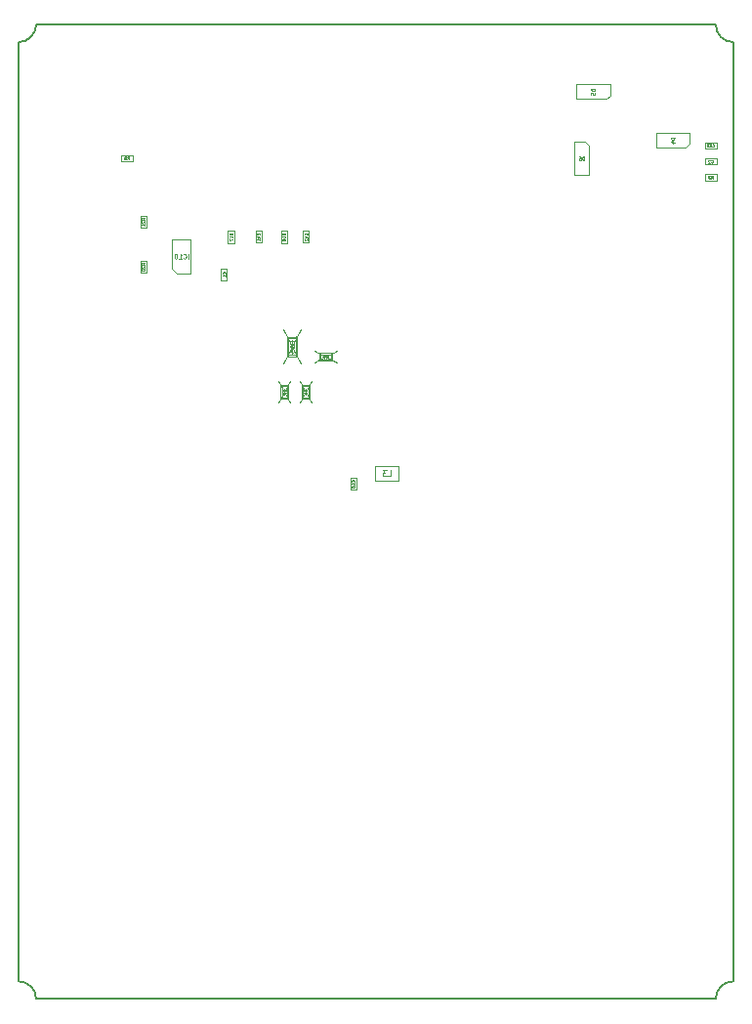
<source format=gbr>
%TF.GenerationSoftware,KiCad,Pcbnew,9.0.2*%
%TF.CreationDate,2025-07-10T16:00:19+01:00*%
%TF.ProjectId,FastStepper,46617374-5374-4657-9070-65722e6b6963,rev?*%
%TF.SameCoordinates,PX71f712cPY8e18f40*%
%TF.FileFunction,AssemblyDrawing,Bot*%
%FSLAX46Y46*%
G04 Gerber Fmt 4.6, Leading zero omitted, Abs format (unit mm)*
G04 Created by KiCad (PCBNEW 9.0.2) date 2025-07-10 16:00:19*
%MOMM*%
%LPD*%
G01*
G04 APERTURE LIST*
%ADD10C,0.060000*%
%ADD11C,0.050000*%
%ADD12C,0.040000*%
%ADD13C,0.080000*%
%ADD14C,0.100000*%
%TA.AperFunction,Profile*%
%ADD15C,0.152400*%
%TD*%
%TA.AperFunction,Profile*%
%ADD16C,0.150000*%
%TD*%
G04 APERTURE END LIST*
D10*
X14680951Y64137473D02*
X14680951Y64537473D01*
X14261904Y64175568D02*
X14280952Y64156520D01*
X14280952Y64156520D02*
X14338094Y64137473D01*
X14338094Y64137473D02*
X14376190Y64137473D01*
X14376190Y64137473D02*
X14433333Y64156520D01*
X14433333Y64156520D02*
X14471428Y64194616D01*
X14471428Y64194616D02*
X14490475Y64232711D01*
X14490475Y64232711D02*
X14509523Y64308901D01*
X14509523Y64308901D02*
X14509523Y64366044D01*
X14509523Y64366044D02*
X14490475Y64442235D01*
X14490475Y64442235D02*
X14471428Y64480330D01*
X14471428Y64480330D02*
X14433333Y64518425D01*
X14433333Y64518425D02*
X14376190Y64537473D01*
X14376190Y64537473D02*
X14338094Y64537473D01*
X14338094Y64537473D02*
X14280952Y64518425D01*
X14280952Y64518425D02*
X14261904Y64499378D01*
X13880952Y64137473D02*
X14109523Y64137473D01*
X13995237Y64137473D02*
X13995237Y64537473D01*
X13995237Y64537473D02*
X14033333Y64480330D01*
X14033333Y64480330D02*
X14071428Y64442235D01*
X14071428Y64442235D02*
X14109523Y64423187D01*
X13633333Y64537473D02*
X13595238Y64537473D01*
X13595238Y64537473D02*
X13557142Y64518425D01*
X13557142Y64518425D02*
X13538095Y64499378D01*
X13538095Y64499378D02*
X13519047Y64461282D01*
X13519047Y64461282D02*
X13500000Y64385092D01*
X13500000Y64385092D02*
X13500000Y64289854D01*
X13500000Y64289854D02*
X13519047Y64213663D01*
X13519047Y64213663D02*
X13538095Y64175568D01*
X13538095Y64175568D02*
X13557142Y64156520D01*
X13557142Y64156520D02*
X13595238Y64137473D01*
X13595238Y64137473D02*
X13633333Y64137473D01*
X13633333Y64137473D02*
X13671428Y64156520D01*
X13671428Y64156520D02*
X13690476Y64175568D01*
X13690476Y64175568D02*
X13709523Y64213663D01*
X13709523Y64213663D02*
X13728571Y64289854D01*
X13728571Y64289854D02*
X13728571Y64385092D01*
X13728571Y64385092D02*
X13709523Y64461282D01*
X13709523Y64461282D02*
X13690476Y64499378D01*
X13690476Y64499378D02*
X13671428Y64518425D01*
X13671428Y64518425D02*
X13633333Y64537473D01*
D11*
X49035090Y72654562D02*
X49035090Y72974562D01*
X49035090Y72974562D02*
X48958900Y72974562D01*
X48958900Y72974562D02*
X48913185Y72959324D01*
X48913185Y72959324D02*
X48882709Y72928848D01*
X48882709Y72928848D02*
X48867471Y72898372D01*
X48867471Y72898372D02*
X48852233Y72837420D01*
X48852233Y72837420D02*
X48852233Y72791705D01*
X48852233Y72791705D02*
X48867471Y72730753D01*
X48867471Y72730753D02*
X48882709Y72700277D01*
X48882709Y72700277D02*
X48913185Y72669800D01*
X48913185Y72669800D02*
X48958900Y72654562D01*
X48958900Y72654562D02*
X49035090Y72654562D01*
X48577947Y72974562D02*
X48638900Y72974562D01*
X48638900Y72974562D02*
X48669376Y72959324D01*
X48669376Y72959324D02*
X48684614Y72944086D01*
X48684614Y72944086D02*
X48715090Y72898372D01*
X48715090Y72898372D02*
X48730328Y72837420D01*
X48730328Y72837420D02*
X48730328Y72715515D01*
X48730328Y72715515D02*
X48715090Y72685039D01*
X48715090Y72685039D02*
X48699852Y72669800D01*
X48699852Y72669800D02*
X48669376Y72654562D01*
X48669376Y72654562D02*
X48608423Y72654562D01*
X48608423Y72654562D02*
X48577947Y72669800D01*
X48577947Y72669800D02*
X48562709Y72685039D01*
X48562709Y72685039D02*
X48547471Y72715515D01*
X48547471Y72715515D02*
X48547471Y72791705D01*
X48547471Y72791705D02*
X48562709Y72822181D01*
X48562709Y72822181D02*
X48577947Y72837420D01*
X48577947Y72837420D02*
X48608423Y72852658D01*
X48608423Y72852658D02*
X48669376Y72852658D01*
X48669376Y72852658D02*
X48699852Y72837420D01*
X48699852Y72837420D02*
X48715090Y72822181D01*
X48715090Y72822181D02*
X48730328Y72791705D01*
X49944338Y78836191D02*
X49624338Y78836191D01*
X49624338Y78836191D02*
X49624338Y78760001D01*
X49624338Y78760001D02*
X49639576Y78714286D01*
X49639576Y78714286D02*
X49670052Y78683810D01*
X49670052Y78683810D02*
X49700528Y78668572D01*
X49700528Y78668572D02*
X49761480Y78653334D01*
X49761480Y78653334D02*
X49807195Y78653334D01*
X49807195Y78653334D02*
X49868147Y78668572D01*
X49868147Y78668572D02*
X49898623Y78683810D01*
X49898623Y78683810D02*
X49929100Y78714286D01*
X49929100Y78714286D02*
X49944338Y78760001D01*
X49944338Y78760001D02*
X49944338Y78836191D01*
X49624338Y78363810D02*
X49624338Y78516191D01*
X49624338Y78516191D02*
X49776719Y78531429D01*
X49776719Y78531429D02*
X49761480Y78516191D01*
X49761480Y78516191D02*
X49746242Y78485715D01*
X49746242Y78485715D02*
X49746242Y78409524D01*
X49746242Y78409524D02*
X49761480Y78379048D01*
X49761480Y78379048D02*
X49776719Y78363810D01*
X49776719Y78363810D02*
X49807195Y78348572D01*
X49807195Y78348572D02*
X49883385Y78348572D01*
X49883385Y78348572D02*
X49913861Y78363810D01*
X49913861Y78363810D02*
X49929100Y78379048D01*
X49929100Y78379048D02*
X49944338Y78409524D01*
X49944338Y78409524D02*
X49944338Y78485715D01*
X49944338Y78485715D02*
X49929100Y78516191D01*
X49929100Y78516191D02*
X49913861Y78531429D01*
X56844338Y74636191D02*
X56524338Y74636191D01*
X56524338Y74636191D02*
X56524338Y74560001D01*
X56524338Y74560001D02*
X56539576Y74514286D01*
X56539576Y74514286D02*
X56570052Y74483810D01*
X56570052Y74483810D02*
X56600528Y74468572D01*
X56600528Y74468572D02*
X56661480Y74453334D01*
X56661480Y74453334D02*
X56707195Y74453334D01*
X56707195Y74453334D02*
X56768147Y74468572D01*
X56768147Y74468572D02*
X56798623Y74483810D01*
X56798623Y74483810D02*
X56829100Y74514286D01*
X56829100Y74514286D02*
X56844338Y74560001D01*
X56844338Y74560001D02*
X56844338Y74636191D01*
X56631004Y74179048D02*
X56844338Y74179048D01*
X56509100Y74255239D02*
X56737671Y74331429D01*
X56737671Y74331429D02*
X56737671Y74133334D01*
D12*
X10918200Y63586543D02*
X10794391Y63673210D01*
X10918200Y63735115D02*
X10658200Y63735115D01*
X10658200Y63735115D02*
X10658200Y63636067D01*
X10658200Y63636067D02*
X10670581Y63611305D01*
X10670581Y63611305D02*
X10682962Y63598924D01*
X10682962Y63598924D02*
X10707724Y63586543D01*
X10707724Y63586543D02*
X10744867Y63586543D01*
X10744867Y63586543D02*
X10769629Y63598924D01*
X10769629Y63598924D02*
X10782010Y63611305D01*
X10782010Y63611305D02*
X10794391Y63636067D01*
X10794391Y63636067D02*
X10794391Y63735115D01*
X10682962Y63487496D02*
X10670581Y63475115D01*
X10670581Y63475115D02*
X10658200Y63450353D01*
X10658200Y63450353D02*
X10658200Y63388448D01*
X10658200Y63388448D02*
X10670581Y63363686D01*
X10670581Y63363686D02*
X10682962Y63351305D01*
X10682962Y63351305D02*
X10707724Y63338924D01*
X10707724Y63338924D02*
X10732486Y63338924D01*
X10732486Y63338924D02*
X10769629Y63351305D01*
X10769629Y63351305D02*
X10918200Y63499877D01*
X10918200Y63499877D02*
X10918200Y63338924D01*
X10658200Y63177972D02*
X10658200Y63153210D01*
X10658200Y63153210D02*
X10670581Y63128448D01*
X10670581Y63128448D02*
X10682962Y63116067D01*
X10682962Y63116067D02*
X10707724Y63103686D01*
X10707724Y63103686D02*
X10757248Y63091305D01*
X10757248Y63091305D02*
X10819153Y63091305D01*
X10819153Y63091305D02*
X10868677Y63103686D01*
X10868677Y63103686D02*
X10893439Y63116067D01*
X10893439Y63116067D02*
X10905820Y63128448D01*
X10905820Y63128448D02*
X10918200Y63153210D01*
X10918200Y63153210D02*
X10918200Y63177972D01*
X10918200Y63177972D02*
X10905820Y63202734D01*
X10905820Y63202734D02*
X10893439Y63215115D01*
X10893439Y63215115D02*
X10868677Y63227496D01*
X10868677Y63227496D02*
X10819153Y63239877D01*
X10819153Y63239877D02*
X10757248Y63239877D01*
X10757248Y63239877D02*
X10707724Y63227496D01*
X10707724Y63227496D02*
X10682962Y63215115D01*
X10682962Y63215115D02*
X10670581Y63202734D01*
X10670581Y63202734D02*
X10658200Y63177972D01*
X60139614Y73835235D02*
X60151518Y73823330D01*
X60151518Y73823330D02*
X60187233Y73811426D01*
X60187233Y73811426D02*
X60211042Y73811426D01*
X60211042Y73811426D02*
X60246756Y73823330D01*
X60246756Y73823330D02*
X60270566Y73847140D01*
X60270566Y73847140D02*
X60282471Y73870950D01*
X60282471Y73870950D02*
X60294375Y73918569D01*
X60294375Y73918569D02*
X60294375Y73954283D01*
X60294375Y73954283D02*
X60282471Y74001902D01*
X60282471Y74001902D02*
X60270566Y74025711D01*
X60270566Y74025711D02*
X60246756Y74049521D01*
X60246756Y74049521D02*
X60211042Y74061426D01*
X60211042Y74061426D02*
X60187233Y74061426D01*
X60187233Y74061426D02*
X60151518Y74049521D01*
X60151518Y74049521D02*
X60139614Y74037616D01*
X60044375Y74037616D02*
X60032471Y74049521D01*
X60032471Y74049521D02*
X60008661Y74061426D01*
X60008661Y74061426D02*
X59949137Y74061426D01*
X59949137Y74061426D02*
X59925328Y74049521D01*
X59925328Y74049521D02*
X59913423Y74037616D01*
X59913423Y74037616D02*
X59901518Y74013807D01*
X59901518Y74013807D02*
X59901518Y73989997D01*
X59901518Y73989997D02*
X59913423Y73954283D01*
X59913423Y73954283D02*
X60056280Y73811426D01*
X60056280Y73811426D02*
X59901518Y73811426D01*
X59818185Y74061426D02*
X59663423Y74061426D01*
X59663423Y74061426D02*
X59746757Y73966188D01*
X59746757Y73966188D02*
X59711042Y73966188D01*
X59711042Y73966188D02*
X59687233Y73954283D01*
X59687233Y73954283D02*
X59675328Y73942378D01*
X59675328Y73942378D02*
X59663423Y73918569D01*
X59663423Y73918569D02*
X59663423Y73859045D01*
X59663423Y73859045D02*
X59675328Y73835235D01*
X59675328Y73835235D02*
X59687233Y73823330D01*
X59687233Y73823330D02*
X59711042Y73811426D01*
X59711042Y73811426D02*
X59782471Y73811426D01*
X59782471Y73811426D02*
X59806280Y73823330D01*
X59806280Y73823330D02*
X59818185Y73835235D01*
X60042232Y71069300D02*
X60128899Y71193109D01*
X60190804Y71069300D02*
X60190804Y71329300D01*
X60190804Y71329300D02*
X60091756Y71329300D01*
X60091756Y71329300D02*
X60066994Y71316919D01*
X60066994Y71316919D02*
X60054613Y71304538D01*
X60054613Y71304538D02*
X60042232Y71279776D01*
X60042232Y71279776D02*
X60042232Y71242633D01*
X60042232Y71242633D02*
X60054613Y71217871D01*
X60054613Y71217871D02*
X60066994Y71205490D01*
X60066994Y71205490D02*
X60091756Y71193109D01*
X60091756Y71193109D02*
X60190804Y71193109D01*
X59955566Y71329300D02*
X59794613Y71329300D01*
X59794613Y71329300D02*
X59881280Y71230252D01*
X59881280Y71230252D02*
X59844137Y71230252D01*
X59844137Y71230252D02*
X59819375Y71217871D01*
X59819375Y71217871D02*
X59806994Y71205490D01*
X59806994Y71205490D02*
X59794613Y71180728D01*
X59794613Y71180728D02*
X59794613Y71118823D01*
X59794613Y71118823D02*
X59806994Y71094061D01*
X59806994Y71094061D02*
X59819375Y71081680D01*
X59819375Y71081680D02*
X59844137Y71069300D01*
X59844137Y71069300D02*
X59918423Y71069300D01*
X59918423Y71069300D02*
X59943185Y71081680D01*
X59943185Y71081680D02*
X59955566Y71094061D01*
X23118200Y66186543D02*
X22994391Y66273210D01*
X23118200Y66335115D02*
X22858200Y66335115D01*
X22858200Y66335115D02*
X22858200Y66236067D01*
X22858200Y66236067D02*
X22870581Y66211305D01*
X22870581Y66211305D02*
X22882962Y66198924D01*
X22882962Y66198924D02*
X22907724Y66186543D01*
X22907724Y66186543D02*
X22944867Y66186543D01*
X22944867Y66186543D02*
X22969629Y66198924D01*
X22969629Y66198924D02*
X22982010Y66211305D01*
X22982010Y66211305D02*
X22994391Y66236067D01*
X22994391Y66236067D02*
X22994391Y66335115D01*
X23118200Y65938924D02*
X23118200Y66087496D01*
X23118200Y66013210D02*
X22858200Y66013210D01*
X22858200Y66013210D02*
X22895343Y66037972D01*
X22895343Y66037972D02*
X22920105Y66062734D01*
X22920105Y66062734D02*
X22932486Y66087496D01*
X23118200Y65815115D02*
X23118200Y65765591D01*
X23118200Y65765591D02*
X23105820Y65740829D01*
X23105820Y65740829D02*
X23093439Y65728448D01*
X23093439Y65728448D02*
X23056296Y65703686D01*
X23056296Y65703686D02*
X23006772Y65691305D01*
X23006772Y65691305D02*
X22907724Y65691305D01*
X22907724Y65691305D02*
X22882962Y65703686D01*
X22882962Y65703686D02*
X22870581Y65716067D01*
X22870581Y65716067D02*
X22858200Y65740829D01*
X22858200Y65740829D02*
X22858200Y65790353D01*
X22858200Y65790353D02*
X22870581Y65815115D01*
X22870581Y65815115D02*
X22882962Y65827496D01*
X22882962Y65827496D02*
X22907724Y65839877D01*
X22907724Y65839877D02*
X22969629Y65839877D01*
X22969629Y65839877D02*
X22994391Y65827496D01*
X22994391Y65827496D02*
X23006772Y65815115D01*
X23006772Y65815115D02*
X23019153Y65790353D01*
X23019153Y65790353D02*
X23019153Y65740829D01*
X23019153Y65740829D02*
X23006772Y65716067D01*
X23006772Y65716067D02*
X22994391Y65703686D01*
X22994391Y65703686D02*
X22969629Y65691305D01*
D10*
X23843832Y56776543D02*
X23862880Y56795591D01*
X23862880Y56795591D02*
X23881927Y56852733D01*
X23881927Y56852733D02*
X23881927Y56890829D01*
X23881927Y56890829D02*
X23862880Y56947972D01*
X23862880Y56947972D02*
X23824784Y56986067D01*
X23824784Y56986067D02*
X23786689Y57005114D01*
X23786689Y57005114D02*
X23710499Y57024162D01*
X23710499Y57024162D02*
X23653356Y57024162D01*
X23653356Y57024162D02*
X23577165Y57005114D01*
X23577165Y57005114D02*
X23539070Y56986067D01*
X23539070Y56986067D02*
X23500975Y56947972D01*
X23500975Y56947972D02*
X23481927Y56890829D01*
X23481927Y56890829D02*
X23481927Y56852733D01*
X23481927Y56852733D02*
X23500975Y56795591D01*
X23500975Y56795591D02*
X23520022Y56776543D01*
X23881927Y56395591D02*
X23881927Y56624162D01*
X23881927Y56509876D02*
X23481927Y56509876D01*
X23481927Y56509876D02*
X23539070Y56547972D01*
X23539070Y56547972D02*
X23577165Y56586067D01*
X23577165Y56586067D02*
X23596213Y56624162D01*
X23481927Y56033686D02*
X23481927Y56224162D01*
X23481927Y56224162D02*
X23672403Y56243210D01*
X23672403Y56243210D02*
X23653356Y56224162D01*
X23653356Y56224162D02*
X23634308Y56186067D01*
X23634308Y56186067D02*
X23634308Y56090829D01*
X23634308Y56090829D02*
X23653356Y56052734D01*
X23653356Y56052734D02*
X23672403Y56033686D01*
X23672403Y56033686D02*
X23710499Y56014639D01*
X23710499Y56014639D02*
X23805737Y56014639D01*
X23805737Y56014639D02*
X23843832Y56033686D01*
X23843832Y56033686D02*
X23862880Y56052734D01*
X23862880Y56052734D02*
X23881927Y56090829D01*
X23881927Y56090829D02*
X23881927Y56186067D01*
X23881927Y56186067D02*
X23862880Y56224162D01*
X23862880Y56224162D02*
X23843832Y56243210D01*
X23681927Y55924639D02*
X23681927Y57114162D01*
D12*
X17887765Y62809067D02*
X17899670Y62820971D01*
X17899670Y62820971D02*
X17911574Y62856686D01*
X17911574Y62856686D02*
X17911574Y62880495D01*
X17911574Y62880495D02*
X17899670Y62916209D01*
X17899670Y62916209D02*
X17875860Y62940019D01*
X17875860Y62940019D02*
X17852050Y62951924D01*
X17852050Y62951924D02*
X17804431Y62963828D01*
X17804431Y62963828D02*
X17768717Y62963828D01*
X17768717Y62963828D02*
X17721098Y62951924D01*
X17721098Y62951924D02*
X17697289Y62940019D01*
X17697289Y62940019D02*
X17673479Y62916209D01*
X17673479Y62916209D02*
X17661574Y62880495D01*
X17661574Y62880495D02*
X17661574Y62856686D01*
X17661574Y62856686D02*
X17673479Y62820971D01*
X17673479Y62820971D02*
X17685384Y62809067D01*
X17911574Y62570971D02*
X17911574Y62713828D01*
X17911574Y62642400D02*
X17661574Y62642400D01*
X17661574Y62642400D02*
X17697289Y62666209D01*
X17697289Y62666209D02*
X17721098Y62690019D01*
X17721098Y62690019D02*
X17733003Y62713828D01*
X24989765Y66180115D02*
X25001670Y66192019D01*
X25001670Y66192019D02*
X25013574Y66227734D01*
X25013574Y66227734D02*
X25013574Y66251543D01*
X25013574Y66251543D02*
X25001670Y66287257D01*
X25001670Y66287257D02*
X24977860Y66311067D01*
X24977860Y66311067D02*
X24954050Y66322972D01*
X24954050Y66322972D02*
X24906431Y66334876D01*
X24906431Y66334876D02*
X24870717Y66334876D01*
X24870717Y66334876D02*
X24823098Y66322972D01*
X24823098Y66322972D02*
X24799289Y66311067D01*
X24799289Y66311067D02*
X24775479Y66287257D01*
X24775479Y66287257D02*
X24763574Y66251543D01*
X24763574Y66251543D02*
X24763574Y66227734D01*
X24763574Y66227734D02*
X24775479Y66192019D01*
X24775479Y66192019D02*
X24787384Y66180115D01*
X24846908Y65965829D02*
X25013574Y65965829D01*
X24751670Y66025353D02*
X24930241Y66084876D01*
X24930241Y66084876D02*
X24930241Y65930115D01*
X24787384Y65846781D02*
X24775479Y65834877D01*
X24775479Y65834877D02*
X24763574Y65811067D01*
X24763574Y65811067D02*
X24763574Y65751543D01*
X24763574Y65751543D02*
X24775479Y65727734D01*
X24775479Y65727734D02*
X24787384Y65715829D01*
X24787384Y65715829D02*
X24811193Y65703924D01*
X24811193Y65703924D02*
X24835003Y65703924D01*
X24835003Y65703924D02*
X24870717Y65715829D01*
X24870717Y65715829D02*
X25013574Y65858686D01*
X25013574Y65858686D02*
X25013574Y65703924D01*
X18518200Y66186543D02*
X18394391Y66273210D01*
X18518200Y66335115D02*
X18258200Y66335115D01*
X18258200Y66335115D02*
X18258200Y66236067D01*
X18258200Y66236067D02*
X18270581Y66211305D01*
X18270581Y66211305D02*
X18282962Y66198924D01*
X18282962Y66198924D02*
X18307724Y66186543D01*
X18307724Y66186543D02*
X18344867Y66186543D01*
X18344867Y66186543D02*
X18369629Y66198924D01*
X18369629Y66198924D02*
X18382010Y66211305D01*
X18382010Y66211305D02*
X18394391Y66236067D01*
X18394391Y66236067D02*
X18394391Y66335115D01*
X18518200Y65938924D02*
X18518200Y66087496D01*
X18518200Y66013210D02*
X18258200Y66013210D01*
X18258200Y66013210D02*
X18295343Y66037972D01*
X18295343Y66037972D02*
X18320105Y66062734D01*
X18320105Y66062734D02*
X18332486Y66087496D01*
X18258200Y65852258D02*
X18258200Y65678924D01*
X18258200Y65678924D02*
X18518200Y65790353D01*
X26643332Y55501200D02*
X26729999Y55625009D01*
X26791904Y55501200D02*
X26791904Y55761200D01*
X26791904Y55761200D02*
X26692856Y55761200D01*
X26692856Y55761200D02*
X26668094Y55748819D01*
X26668094Y55748819D02*
X26655713Y55736438D01*
X26655713Y55736438D02*
X26643332Y55711676D01*
X26643332Y55711676D02*
X26643332Y55674533D01*
X26643332Y55674533D02*
X26655713Y55649771D01*
X26655713Y55649771D02*
X26668094Y55637390D01*
X26668094Y55637390D02*
X26692856Y55625009D01*
X26692856Y55625009D02*
X26791904Y55625009D01*
X26519523Y55501200D02*
X26469999Y55501200D01*
X26469999Y55501200D02*
X26445237Y55513580D01*
X26445237Y55513580D02*
X26432856Y55525961D01*
X26432856Y55525961D02*
X26408094Y55563104D01*
X26408094Y55563104D02*
X26395713Y55612628D01*
X26395713Y55612628D02*
X26395713Y55711676D01*
X26395713Y55711676D02*
X26408094Y55736438D01*
X26408094Y55736438D02*
X26420475Y55748819D01*
X26420475Y55748819D02*
X26445237Y55761200D01*
X26445237Y55761200D02*
X26494761Y55761200D01*
X26494761Y55761200D02*
X26519523Y55748819D01*
X26519523Y55748819D02*
X26531904Y55736438D01*
X26531904Y55736438D02*
X26544285Y55711676D01*
X26544285Y55711676D02*
X26544285Y55649771D01*
X26544285Y55649771D02*
X26531904Y55625009D01*
X26531904Y55625009D02*
X26519523Y55612628D01*
X26519523Y55612628D02*
X26494761Y55600247D01*
X26494761Y55600247D02*
X26445237Y55600247D01*
X26445237Y55600247D02*
X26420475Y55612628D01*
X26420475Y55612628D02*
X26408094Y55625009D01*
X26408094Y55625009D02*
X26395713Y55649771D01*
X26335713Y55631200D02*
X26851904Y55631200D01*
X10918200Y67486543D02*
X10794391Y67573210D01*
X10918200Y67635115D02*
X10658200Y67635115D01*
X10658200Y67635115D02*
X10658200Y67536067D01*
X10658200Y67536067D02*
X10670581Y67511305D01*
X10670581Y67511305D02*
X10682962Y67498924D01*
X10682962Y67498924D02*
X10707724Y67486543D01*
X10707724Y67486543D02*
X10744867Y67486543D01*
X10744867Y67486543D02*
X10769629Y67498924D01*
X10769629Y67498924D02*
X10782010Y67511305D01*
X10782010Y67511305D02*
X10794391Y67536067D01*
X10794391Y67536067D02*
X10794391Y67635115D01*
X10682962Y67387496D02*
X10670581Y67375115D01*
X10670581Y67375115D02*
X10658200Y67350353D01*
X10658200Y67350353D02*
X10658200Y67288448D01*
X10658200Y67288448D02*
X10670581Y67263686D01*
X10670581Y67263686D02*
X10682962Y67251305D01*
X10682962Y67251305D02*
X10707724Y67238924D01*
X10707724Y67238924D02*
X10732486Y67238924D01*
X10732486Y67238924D02*
X10769629Y67251305D01*
X10769629Y67251305D02*
X10918200Y67399877D01*
X10918200Y67399877D02*
X10918200Y67238924D01*
X10918200Y66991305D02*
X10918200Y67139877D01*
X10918200Y67065591D02*
X10658200Y67065591D01*
X10658200Y67065591D02*
X10695343Y67090353D01*
X10695343Y67090353D02*
X10720105Y67115115D01*
X10720105Y67115115D02*
X10732486Y67139877D01*
X20889765Y66180115D02*
X20901670Y66192019D01*
X20901670Y66192019D02*
X20913574Y66227734D01*
X20913574Y66227734D02*
X20913574Y66251543D01*
X20913574Y66251543D02*
X20901670Y66287257D01*
X20901670Y66287257D02*
X20877860Y66311067D01*
X20877860Y66311067D02*
X20854050Y66322972D01*
X20854050Y66322972D02*
X20806431Y66334876D01*
X20806431Y66334876D02*
X20770717Y66334876D01*
X20770717Y66334876D02*
X20723098Y66322972D01*
X20723098Y66322972D02*
X20699289Y66311067D01*
X20699289Y66311067D02*
X20675479Y66287257D01*
X20675479Y66287257D02*
X20663574Y66251543D01*
X20663574Y66251543D02*
X20663574Y66227734D01*
X20663574Y66227734D02*
X20675479Y66192019D01*
X20675479Y66192019D02*
X20687384Y66180115D01*
X20746908Y65965829D02*
X20913574Y65965829D01*
X20651670Y66025353D02*
X20830241Y66084876D01*
X20830241Y66084876D02*
X20830241Y65930115D01*
X20913574Y65703924D02*
X20913574Y65846781D01*
X20913574Y65775353D02*
X20663574Y65775353D01*
X20663574Y65775353D02*
X20699289Y65799162D01*
X20699289Y65799162D02*
X20723098Y65822972D01*
X20723098Y65822972D02*
X20735003Y65846781D01*
X29089765Y44780115D02*
X29101670Y44792019D01*
X29101670Y44792019D02*
X29113574Y44827734D01*
X29113574Y44827734D02*
X29113574Y44851543D01*
X29113574Y44851543D02*
X29101670Y44887257D01*
X29101670Y44887257D02*
X29077860Y44911067D01*
X29077860Y44911067D02*
X29054050Y44922972D01*
X29054050Y44922972D02*
X29006431Y44934876D01*
X29006431Y44934876D02*
X28970717Y44934876D01*
X28970717Y44934876D02*
X28923098Y44922972D01*
X28923098Y44922972D02*
X28899289Y44911067D01*
X28899289Y44911067D02*
X28875479Y44887257D01*
X28875479Y44887257D02*
X28863574Y44851543D01*
X28863574Y44851543D02*
X28863574Y44827734D01*
X28863574Y44827734D02*
X28875479Y44792019D01*
X28875479Y44792019D02*
X28887384Y44780115D01*
X29113574Y44542019D02*
X29113574Y44684876D01*
X29113574Y44613448D02*
X28863574Y44613448D01*
X28863574Y44613448D02*
X28899289Y44637257D01*
X28899289Y44637257D02*
X28923098Y44661067D01*
X28923098Y44661067D02*
X28935003Y44684876D01*
X28863574Y44327734D02*
X28863574Y44375353D01*
X28863574Y44375353D02*
X28875479Y44399162D01*
X28875479Y44399162D02*
X28887384Y44411067D01*
X28887384Y44411067D02*
X28923098Y44434877D01*
X28923098Y44434877D02*
X28970717Y44446781D01*
X28970717Y44446781D02*
X29065955Y44446781D01*
X29065955Y44446781D02*
X29089765Y44434877D01*
X29089765Y44434877D02*
X29101670Y44422972D01*
X29101670Y44422972D02*
X29113574Y44399162D01*
X29113574Y44399162D02*
X29113574Y44351543D01*
X29113574Y44351543D02*
X29101670Y44327734D01*
X29101670Y44327734D02*
X29089765Y44315829D01*
X29089765Y44315829D02*
X29065955Y44303924D01*
X29065955Y44303924D02*
X29006431Y44303924D01*
X29006431Y44303924D02*
X28982622Y44315829D01*
X28982622Y44315829D02*
X28970717Y44327734D01*
X28970717Y44327734D02*
X28958812Y44351543D01*
X28958812Y44351543D02*
X28958812Y44399162D01*
X28958812Y44399162D02*
X28970717Y44422972D01*
X28970717Y44422972D02*
X28982622Y44434877D01*
X28982622Y44434877D02*
X29006431Y44446781D01*
X9410332Y72697146D02*
X9496999Y72820955D01*
X9558904Y72697146D02*
X9558904Y72957146D01*
X9558904Y72957146D02*
X9459856Y72957146D01*
X9459856Y72957146D02*
X9435094Y72944765D01*
X9435094Y72944765D02*
X9422713Y72932384D01*
X9422713Y72932384D02*
X9410332Y72907622D01*
X9410332Y72907622D02*
X9410332Y72870479D01*
X9410332Y72870479D02*
X9422713Y72845717D01*
X9422713Y72845717D02*
X9435094Y72833336D01*
X9435094Y72833336D02*
X9459856Y72820955D01*
X9459856Y72820955D02*
X9558904Y72820955D01*
X9261761Y72845717D02*
X9286523Y72858098D01*
X9286523Y72858098D02*
X9298904Y72870479D01*
X9298904Y72870479D02*
X9311285Y72895241D01*
X9311285Y72895241D02*
X9311285Y72907622D01*
X9311285Y72907622D02*
X9298904Y72932384D01*
X9298904Y72932384D02*
X9286523Y72944765D01*
X9286523Y72944765D02*
X9261761Y72957146D01*
X9261761Y72957146D02*
X9212237Y72957146D01*
X9212237Y72957146D02*
X9187475Y72944765D01*
X9187475Y72944765D02*
X9175094Y72932384D01*
X9175094Y72932384D02*
X9162713Y72907622D01*
X9162713Y72907622D02*
X9162713Y72895241D01*
X9162713Y72895241D02*
X9175094Y72870479D01*
X9175094Y72870479D02*
X9187475Y72858098D01*
X9187475Y72858098D02*
X9212237Y72845717D01*
X9212237Y72845717D02*
X9261761Y72845717D01*
X9261761Y72845717D02*
X9286523Y72833336D01*
X9286523Y72833336D02*
X9298904Y72820955D01*
X9298904Y72820955D02*
X9311285Y72796193D01*
X9311285Y72796193D02*
X9311285Y72746669D01*
X9311285Y72746669D02*
X9298904Y72721907D01*
X9298904Y72721907D02*
X9286523Y72709526D01*
X9286523Y72709526D02*
X9261761Y72697146D01*
X9261761Y72697146D02*
X9212237Y72697146D01*
X9212237Y72697146D02*
X9187475Y72709526D01*
X9187475Y72709526D02*
X9175094Y72721907D01*
X9175094Y72721907D02*
X9162713Y72746669D01*
X9162713Y72746669D02*
X9162713Y72796193D01*
X9162713Y72796193D02*
X9175094Y72820955D01*
X9175094Y72820955D02*
X9187475Y72833336D01*
X9187475Y72833336D02*
X9212237Y72845717D01*
X23142200Y52634733D02*
X23018391Y52721400D01*
X23142200Y52783305D02*
X22882200Y52783305D01*
X22882200Y52783305D02*
X22882200Y52684257D01*
X22882200Y52684257D02*
X22894581Y52659495D01*
X22894581Y52659495D02*
X22906962Y52647114D01*
X22906962Y52647114D02*
X22931724Y52634733D01*
X22931724Y52634733D02*
X22968867Y52634733D01*
X22968867Y52634733D02*
X22993629Y52647114D01*
X22993629Y52647114D02*
X23006010Y52659495D01*
X23006010Y52659495D02*
X23018391Y52684257D01*
X23018391Y52684257D02*
X23018391Y52783305D01*
X22882200Y52548067D02*
X22882200Y52374733D01*
X22882200Y52374733D02*
X23142200Y52486162D01*
X23012199Y52314734D02*
X23012199Y52843305D01*
X60020566Y72466485D02*
X60032470Y72454580D01*
X60032470Y72454580D02*
X60068185Y72442676D01*
X60068185Y72442676D02*
X60091994Y72442676D01*
X60091994Y72442676D02*
X60127708Y72454580D01*
X60127708Y72454580D02*
X60151518Y72478390D01*
X60151518Y72478390D02*
X60163423Y72502200D01*
X60163423Y72502200D02*
X60175327Y72549819D01*
X60175327Y72549819D02*
X60175327Y72585533D01*
X60175327Y72585533D02*
X60163423Y72633152D01*
X60163423Y72633152D02*
X60151518Y72656961D01*
X60151518Y72656961D02*
X60127708Y72680771D01*
X60127708Y72680771D02*
X60091994Y72692676D01*
X60091994Y72692676D02*
X60068185Y72692676D01*
X60068185Y72692676D02*
X60032470Y72680771D01*
X60032470Y72680771D02*
X60020566Y72668866D01*
X59925327Y72668866D02*
X59913423Y72680771D01*
X59913423Y72680771D02*
X59889613Y72692676D01*
X59889613Y72692676D02*
X59830089Y72692676D01*
X59830089Y72692676D02*
X59806280Y72680771D01*
X59806280Y72680771D02*
X59794375Y72668866D01*
X59794375Y72668866D02*
X59782470Y72645057D01*
X59782470Y72645057D02*
X59782470Y72621247D01*
X59782470Y72621247D02*
X59794375Y72585533D01*
X59794375Y72585533D02*
X59937232Y72442676D01*
X59937232Y72442676D02*
X59782470Y72442676D01*
X24995400Y52639933D02*
X24871591Y52726600D01*
X24995400Y52788505D02*
X24735400Y52788505D01*
X24735400Y52788505D02*
X24735400Y52689457D01*
X24735400Y52689457D02*
X24747781Y52664695D01*
X24747781Y52664695D02*
X24760162Y52652314D01*
X24760162Y52652314D02*
X24784924Y52639933D01*
X24784924Y52639933D02*
X24822067Y52639933D01*
X24822067Y52639933D02*
X24846829Y52652314D01*
X24846829Y52652314D02*
X24859210Y52664695D01*
X24859210Y52664695D02*
X24871591Y52689457D01*
X24871591Y52689457D02*
X24871591Y52788505D01*
X24822067Y52417076D02*
X24995400Y52417076D01*
X24723020Y52478981D02*
X24908734Y52540886D01*
X24908734Y52540886D02*
X24908734Y52379933D01*
X24858998Y52321455D02*
X24858998Y52848505D01*
D13*
X31983333Y45292251D02*
X32221428Y45292251D01*
X32221428Y45292251D02*
X32221428Y45792251D01*
X31864285Y45792251D02*
X31554761Y45792251D01*
X31554761Y45792251D02*
X31721428Y45601775D01*
X31721428Y45601775D02*
X31649999Y45601775D01*
X31649999Y45601775D02*
X31602380Y45577965D01*
X31602380Y45577965D02*
X31578571Y45554156D01*
X31578571Y45554156D02*
X31554761Y45506537D01*
X31554761Y45506537D02*
X31554761Y45387489D01*
X31554761Y45387489D02*
X31578571Y45339870D01*
X31578571Y45339870D02*
X31602380Y45316060D01*
X31602380Y45316060D02*
X31649999Y45292251D01*
X31649999Y45292251D02*
X31792856Y45292251D01*
X31792856Y45292251D02*
X31840475Y45316060D01*
X31840475Y45316060D02*
X31864285Y45339870D01*
D14*
%TO.C,IC10*%
X13300000Y63269400D02*
X13700000Y62869400D01*
X13300000Y65769400D02*
X13300000Y63269400D01*
X13700000Y62869400D02*
X14900000Y62869400D01*
X14900000Y62869400D02*
X14900000Y65769400D01*
X14900000Y65769400D02*
X13300000Y65769400D01*
%TO.C,D6*%
X49448900Y73925000D02*
X49123900Y74250000D01*
X49448900Y71350000D02*
X49448900Y73925000D01*
X49123900Y74250000D02*
X48148900Y74250000D01*
X48148900Y74250000D02*
X48148900Y71350000D01*
X48148900Y71350000D02*
X49448900Y71350000D01*
%TO.C,D5*%
X50923900Y77950000D02*
X51248900Y78275000D01*
X48348900Y77950000D02*
X50923900Y77950000D01*
X51248900Y78275000D02*
X51248900Y79250000D01*
X51248900Y79250000D02*
X48348900Y79250000D01*
X48348900Y79250000D02*
X48348900Y77950000D01*
%TO.C,D4*%
X57823900Y73750000D02*
X58148900Y74075000D01*
X55248900Y73750000D02*
X57823900Y73750000D01*
X58148900Y74075000D02*
X58148900Y75050000D01*
X58148900Y75050000D02*
X55248900Y75050000D01*
X55248900Y75050000D02*
X55248900Y73750000D01*
%TO.C,R20*%
X10530000Y63944400D02*
X10530000Y62894400D01*
X10530000Y62894400D02*
X11070000Y62894400D01*
X11070000Y63944400D02*
X10530000Y63944400D01*
X11070000Y62894400D02*
X11070000Y63944400D01*
%TO.C,C23*%
X59478900Y74175000D02*
X59478900Y73675000D01*
X59478900Y73675000D02*
X60478900Y73675000D01*
X60478900Y74175000D02*
X59478900Y74175000D01*
X60478900Y73675000D02*
X60478900Y74175000D01*
%TO.C,R3*%
X59473900Y71457500D02*
X59473900Y70917500D01*
X59473900Y70917500D02*
X60523900Y70917500D01*
X60523900Y71457500D02*
X59473900Y71457500D01*
X60523900Y70917500D02*
X60523900Y71457500D01*
%TO.C,R19*%
X22730000Y66544400D02*
X22730000Y65494400D01*
X22730000Y65494400D02*
X23270000Y65494400D01*
X23270000Y66544400D02*
X22730000Y66544400D01*
X23270000Y65494400D02*
X23270000Y66544400D01*
X23250000Y57319400D02*
X23250000Y55719400D01*
X23350000Y55719400D02*
G75*
G02*
X23250000Y55719400I-50000J0D01*
G01*
X23350000Y55719400D02*
X23350000Y57319400D01*
X23350000Y57319400D02*
G75*
G03*
X23250000Y57319400I-50000J0D01*
G01*
X23300000Y55669400D02*
X24100000Y55669400D01*
X24100000Y55769400D02*
G75*
G02*
X24100000Y55669400I0J-50000D01*
G01*
X24100000Y55769400D02*
X23300000Y55769400D01*
X23300000Y55769400D02*
G75*
G03*
X23300000Y55669400I0J-50000D01*
G01*
X24100000Y57369400D02*
X23300000Y57369400D01*
X23300000Y57269400D02*
G75*
G02*
X23300000Y57369400I0J50000D01*
G01*
X23300000Y57269400D02*
X24100000Y57269400D01*
X24100000Y57269400D02*
G75*
G03*
X24100000Y57369400I0J50000D01*
G01*
X24150000Y55719400D02*
X24150000Y57319400D01*
X24050000Y57319400D02*
G75*
G02*
X24150000Y57319400I50000J0D01*
G01*
X24050000Y57319400D02*
X24050000Y55719400D01*
X24050000Y55719400D02*
G75*
G03*
X24150000Y55719400I50000J0D01*
G01*
%TO.C,C1*%
X17548000Y63267400D02*
X17548000Y62267400D01*
X17548000Y62267400D02*
X18048000Y62267400D01*
X18048000Y63267400D02*
X17548000Y63267400D01*
X18048000Y62267400D02*
X18048000Y63267400D01*
%TO.C,C42*%
X24650000Y66519400D02*
X24650000Y65519400D01*
X24650000Y65519400D02*
X25150000Y65519400D01*
X25150000Y66519400D02*
X24650000Y66519400D01*
X25150000Y65519400D02*
X25150000Y66519400D01*
%TO.C,R17*%
X18130000Y66544400D02*
X18130000Y65494400D01*
X18130000Y65494400D02*
X18670000Y65494400D01*
X18670000Y66544400D02*
X18130000Y66544400D01*
X18670000Y65494400D02*
X18670000Y66544400D01*
X26025000Y55889400D02*
X26025000Y55349400D01*
X26125000Y55349400D02*
G75*
G02*
X26025000Y55349400I-50000J0D01*
G01*
X26125000Y55349400D02*
X26125000Y55889400D01*
X26125000Y55889400D02*
G75*
G03*
X26025000Y55889400I-50000J0D01*
G01*
X26075000Y55299400D02*
X27125000Y55299400D01*
X27125000Y55399400D02*
G75*
G02*
X27125000Y55299400I0J-50000D01*
G01*
X27125000Y55399400D02*
X26075000Y55399400D01*
X26075000Y55399400D02*
G75*
G03*
X26075000Y55299400I0J-50000D01*
G01*
X27125000Y55939400D02*
X26075000Y55939400D01*
X26075000Y55839400D02*
G75*
G02*
X26075000Y55939400I0J50000D01*
G01*
X26075000Y55839400D02*
X27125000Y55839400D01*
X27125000Y55839400D02*
G75*
G03*
X27125000Y55939400I0J50000D01*
G01*
X27175000Y55349400D02*
X27175000Y55889400D01*
X27075000Y55889400D02*
G75*
G02*
X27175000Y55889400I50000J0D01*
G01*
X27075000Y55889400D02*
X27075000Y55349400D01*
X27075000Y55349400D02*
G75*
G03*
X27175000Y55349400I50000J0D01*
G01*
%TO.C,R21*%
X10530000Y67844400D02*
X10530000Y66794400D01*
X10530000Y66794400D02*
X11070000Y66794400D01*
X11070000Y67844400D02*
X10530000Y67844400D01*
X11070000Y66794400D02*
X11070000Y67844400D01*
%TO.C,C41*%
X20550000Y66519400D02*
X20550000Y65519400D01*
X20550000Y65519400D02*
X21050000Y65519400D01*
X21050000Y66519400D02*
X20550000Y66519400D01*
X21050000Y65519400D02*
X21050000Y66519400D01*
%TO.C,C16*%
X28750000Y45119400D02*
X28750000Y44119400D01*
X28750000Y44119400D02*
X29250000Y44119400D01*
X29250000Y45119400D02*
X28750000Y45119400D01*
X29250000Y44119400D02*
X29250000Y45119400D01*
%TO.C,R8*%
X8842000Y73085346D02*
X8842000Y72545346D01*
X8842000Y72545346D02*
X9892000Y72545346D01*
X9892000Y73085346D02*
X8842000Y73085346D01*
X9892000Y72545346D02*
X9892000Y73085346D01*
X22704000Y53116400D02*
X22704000Y52066400D01*
X22804000Y52066400D02*
G75*
G02*
X22704000Y52066400I-50000J0D01*
G01*
X22804000Y52066400D02*
X22804000Y53116400D01*
X22804000Y53116400D02*
G75*
G03*
X22704000Y53116400I-50000J0D01*
G01*
X22754000Y52016400D02*
X23294000Y52016400D01*
X23294000Y52116400D02*
G75*
G02*
X23294000Y52016400I0J-50000D01*
G01*
X23294000Y52116400D02*
X22754000Y52116400D01*
X22754000Y52116400D02*
G75*
G03*
X22754000Y52016400I0J-50000D01*
G01*
X23294000Y53166400D02*
X22754000Y53166400D01*
X22754000Y53066400D02*
G75*
G02*
X22754000Y53166400I0J50000D01*
G01*
X22754000Y53066400D02*
X23294000Y53066400D01*
X23294000Y53066400D02*
G75*
G03*
X23294000Y53166400I0J50000D01*
G01*
X23344000Y52066400D02*
X23344000Y53116400D01*
X23244000Y53116400D02*
G75*
G02*
X23344000Y53116400I50000J0D01*
G01*
X23244000Y53116400D02*
X23244000Y52066400D01*
X23244000Y52066400D02*
G75*
G03*
X23344000Y52066400I50000J0D01*
G01*
%TO.C,C2*%
X59478900Y72806250D02*
X59478900Y72306250D01*
X59478900Y72306250D02*
X60478900Y72306250D01*
X60478900Y72806250D02*
X59478900Y72806250D01*
X60478900Y72306250D02*
X60478900Y72806250D01*
X24557200Y53121600D02*
X24557200Y52071600D01*
X24657200Y52071600D02*
G75*
G02*
X24557200Y52071600I-50000J0D01*
G01*
X24657200Y52071600D02*
X24657200Y53121600D01*
X24657200Y53121600D02*
G75*
G03*
X24557200Y53121600I-50000J0D01*
G01*
X24607200Y52021600D02*
X25147200Y52021600D01*
X25147200Y52121600D02*
G75*
G02*
X25147200Y52021600I0J-50000D01*
G01*
X25147200Y52121600D02*
X24607200Y52121600D01*
X24607200Y52121600D02*
G75*
G03*
X24607200Y52021600I0J-50000D01*
G01*
X25147200Y53171600D02*
X24607200Y53171600D01*
X24607200Y53071600D02*
G75*
G02*
X24607200Y53171600I0J50000D01*
G01*
X24607200Y53071600D02*
X25147200Y53071600D01*
X25147200Y53071600D02*
G75*
G03*
X25147200Y53171600I0J50000D01*
G01*
X25197200Y52071600D02*
X25197200Y53121600D01*
X25097200Y53121600D02*
G75*
G02*
X25197200Y53121600I50000J0D01*
G01*
X25097200Y53121600D02*
X25097200Y52071600D01*
X25097200Y52071600D02*
G75*
G03*
X25197200Y52071600I50000J0D01*
G01*
%TO.C,L3*%
X30900000Y46144400D02*
X30900000Y44894400D01*
X30900000Y44894400D02*
X32900000Y44894400D01*
X32900000Y46144400D02*
X30900000Y46144400D01*
X32900000Y44894400D02*
X32900000Y46144400D01*
%TD*%
X22945000Y58024400D02*
X24455000Y55014400D01*
X22945000Y55014400D02*
X24455000Y58024400D01*
X25645000Y56114400D02*
X27555000Y55124400D01*
X25645000Y55124400D02*
X27555000Y56114400D01*
X22529000Y53546400D02*
X23519000Y51636400D01*
X22529000Y51636400D02*
X23519000Y53546400D01*
X24382200Y53551600D02*
X25372200Y51641600D01*
X24382200Y51641600D02*
X25372200Y53551600D01*
D15*
X60423900Y0D02*
G75*
G02*
X61923900Y1500000I1500000J0D01*
G01*
X1500000Y0D02*
X60423900Y0D01*
X0Y1500000D02*
G75*
G02*
X1500000Y0I0J-1500000D01*
G01*
X1500000Y84400000D02*
G75*
G02*
X0Y82900000I-1500000J0D01*
G01*
D16*
X61923900Y1500000D02*
X61923900Y82900000D01*
D15*
X60423900Y84400000D02*
X1500000Y84400000D01*
X0Y82900000D02*
X0Y1500000D01*
X61923900Y82900000D02*
G75*
G02*
X60423900Y84400000I0J1500000D01*
G01*
M02*

</source>
